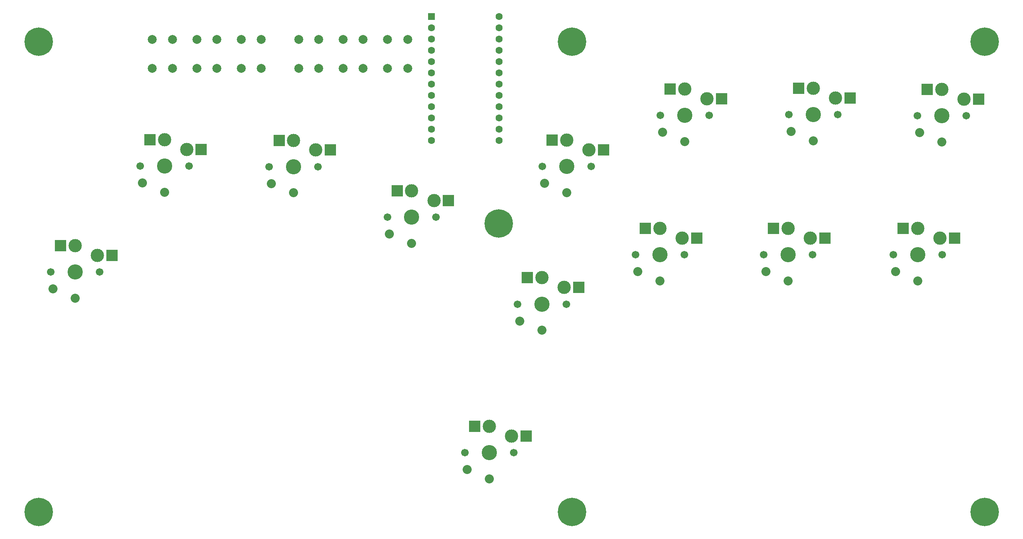
<source format=gbs>
%TF.GenerationSoftware,KiCad,Pcbnew,(6.0.7)*%
%TF.CreationDate,2022-08-15T09:31:34+10:00*%
%TF.ProjectId,Flatbox-rev1_1,466c6174-626f-4782-9d72-6576315f312e,rev?*%
%TF.SameCoordinates,Original*%
%TF.FileFunction,Soldermask,Bot*%
%TF.FilePolarity,Negative*%
%FSLAX46Y46*%
G04 Gerber Fmt 4.6, Leading zero omitted, Abs format (unit mm)*
G04 Created by KiCad (PCBNEW (6.0.7)) date 2022-08-15 09:31:34*
%MOMM*%
%LPD*%
G01*
G04 APERTURE LIST*
%ADD10C,6.400000*%
%ADD11C,1.701800*%
%ADD12R,2.600000X2.600000*%
%ADD13C,3.000000*%
%ADD14C,3.429000*%
%ADD15C,2.032000*%
%ADD16R,1.600000X1.600000*%
%ADD17C,1.600000*%
%ADD18C,2.000000*%
G04 APERTURE END LIST*
D10*
X133500000Y-78000000D03*
D11*
X32600000Y-88900000D03*
X43600000Y-88900000D03*
D12*
X34825000Y-82950000D03*
D13*
X43100000Y-85150000D03*
D14*
X38100000Y-88900000D03*
D15*
X33100000Y-92700000D03*
X38100000Y-94800000D03*
D13*
X38100000Y-82950000D03*
D12*
X46375000Y-85150000D03*
D16*
X118380000Y-31280000D03*
D17*
X118380000Y-33820000D03*
X118380000Y-36360000D03*
X118380000Y-38900000D03*
X118380000Y-41440000D03*
X118380000Y-43980000D03*
X118380000Y-46520000D03*
X118380000Y-49060000D03*
X118380000Y-51600000D03*
X118380000Y-54140000D03*
X118380000Y-56680000D03*
X118380000Y-59220000D03*
X133620000Y-59220000D03*
X133620000Y-56680000D03*
X133620000Y-54140000D03*
X133620000Y-51600000D03*
X133620000Y-49060000D03*
X133620000Y-46520000D03*
X133620000Y-43980000D03*
X133620000Y-41440000D03*
X133620000Y-38900000D03*
X133620000Y-36360000D03*
X133620000Y-33820000D03*
X133620000Y-31280000D03*
D18*
X113000000Y-43000000D03*
X108500000Y-43000000D03*
X113000000Y-36500000D03*
X108500000Y-36500000D03*
X103000000Y-43000000D03*
X98500000Y-43000000D03*
X103000000Y-36500000D03*
X98500000Y-36500000D03*
X93000000Y-43000000D03*
X88500000Y-43000000D03*
X93000000Y-36500000D03*
X88500000Y-36500000D03*
X80000000Y-43000000D03*
X75500000Y-43000000D03*
X80000000Y-36500000D03*
X75500000Y-36500000D03*
X70000000Y-43000000D03*
X65500000Y-43000000D03*
X70000000Y-36500000D03*
X65500000Y-36500000D03*
X60000000Y-43000000D03*
X55500000Y-43000000D03*
X60000000Y-36500000D03*
X55500000Y-36500000D03*
D10*
X150000000Y-143000000D03*
X150000000Y-37000000D03*
X243000000Y-37000000D03*
X243000000Y-143000000D03*
X29860000Y-143000000D03*
X29860000Y-37000000D03*
D12*
X236195000Y-81290000D03*
D13*
X227920000Y-79090000D03*
D15*
X227920000Y-90940000D03*
X222920000Y-88840000D03*
D14*
X227920000Y-85040000D03*
D13*
X232920000Y-81290000D03*
D12*
X224645000Y-79090000D03*
D11*
X233420000Y-85040000D03*
X222420000Y-85040000D03*
X193210000Y-85040000D03*
X204210000Y-85040000D03*
D12*
X195435000Y-79090000D03*
D13*
X203710000Y-81290000D03*
D14*
X198710000Y-85040000D03*
D15*
X193710000Y-88840000D03*
X198710000Y-90940000D03*
D13*
X198710000Y-79090000D03*
D12*
X206985000Y-81290000D03*
X178135000Y-81290000D03*
D13*
X169860000Y-79090000D03*
D15*
X169860000Y-90940000D03*
X164860000Y-88840000D03*
D14*
X169860000Y-85040000D03*
D13*
X174860000Y-81290000D03*
D12*
X166585000Y-79090000D03*
D11*
X175360000Y-85040000D03*
X164360000Y-85040000D03*
D12*
X151525000Y-92400000D03*
D13*
X143250000Y-90200000D03*
D15*
X143250000Y-102050000D03*
X138250000Y-99950000D03*
D14*
X143250000Y-96150000D03*
D13*
X148250000Y-92400000D03*
D12*
X139975000Y-90200000D03*
D11*
X148750000Y-96150000D03*
X137750000Y-96150000D03*
X227860000Y-53700000D03*
X238860000Y-53700000D03*
D12*
X230085000Y-47750000D03*
D13*
X238360000Y-49950000D03*
D14*
X233360000Y-53700000D03*
D15*
X228360000Y-57500000D03*
X233360000Y-59600000D03*
D13*
X233360000Y-47750000D03*
D12*
X241635000Y-49950000D03*
X212665000Y-49710000D03*
D13*
X204390000Y-47510000D03*
D15*
X204390000Y-59360000D03*
X199390000Y-57260000D03*
D14*
X204390000Y-53460000D03*
D13*
X209390000Y-49710000D03*
D12*
X201115000Y-47510000D03*
D11*
X209890000Y-53460000D03*
X198890000Y-53460000D03*
D12*
X183695000Y-49830000D03*
D13*
X175420000Y-47630000D03*
D15*
X175420000Y-59480000D03*
X170420000Y-57380000D03*
D14*
X175420000Y-53580000D03*
D13*
X180420000Y-49830000D03*
D12*
X172145000Y-47630000D03*
D11*
X180920000Y-53580000D03*
X169920000Y-53580000D03*
D12*
X157135000Y-61360000D03*
D13*
X148860000Y-59160000D03*
D15*
X148860000Y-71010000D03*
X143860000Y-68910000D03*
D14*
X148860000Y-65110000D03*
D13*
X153860000Y-61360000D03*
D12*
X145585000Y-59160000D03*
D11*
X154360000Y-65110000D03*
X143360000Y-65110000D03*
D12*
X139695000Y-125870000D03*
D13*
X131420000Y-123670000D03*
D15*
X131420000Y-135520000D03*
X126420000Y-133420000D03*
D14*
X131420000Y-129620000D03*
D13*
X136420000Y-125870000D03*
D12*
X128145000Y-123670000D03*
D11*
X136920000Y-129620000D03*
X125920000Y-129620000D03*
D12*
X122195000Y-72770000D03*
D13*
X113920000Y-70570000D03*
D15*
X113920000Y-82420000D03*
X108920000Y-80320000D03*
D14*
X113920000Y-76520000D03*
D13*
X118920000Y-72770000D03*
D12*
X110645000Y-70570000D03*
D11*
X119420000Y-76520000D03*
X108420000Y-76520000D03*
D12*
X95595000Y-61420000D03*
D13*
X87320000Y-59220000D03*
D15*
X87320000Y-71070000D03*
X82320000Y-68970000D03*
D14*
X87320000Y-65170000D03*
D13*
X92320000Y-61420000D03*
D12*
X84045000Y-59220000D03*
D11*
X92820000Y-65170000D03*
X81820000Y-65170000D03*
D12*
X66500000Y-61300000D03*
D13*
X58225000Y-59100000D03*
D15*
X58225000Y-70950000D03*
X53225000Y-68850000D03*
D14*
X58225000Y-65050000D03*
D13*
X63225000Y-61300000D03*
D12*
X54950000Y-59100000D03*
D11*
X63725000Y-65050000D03*
X52725000Y-65050000D03*
M02*

</source>
